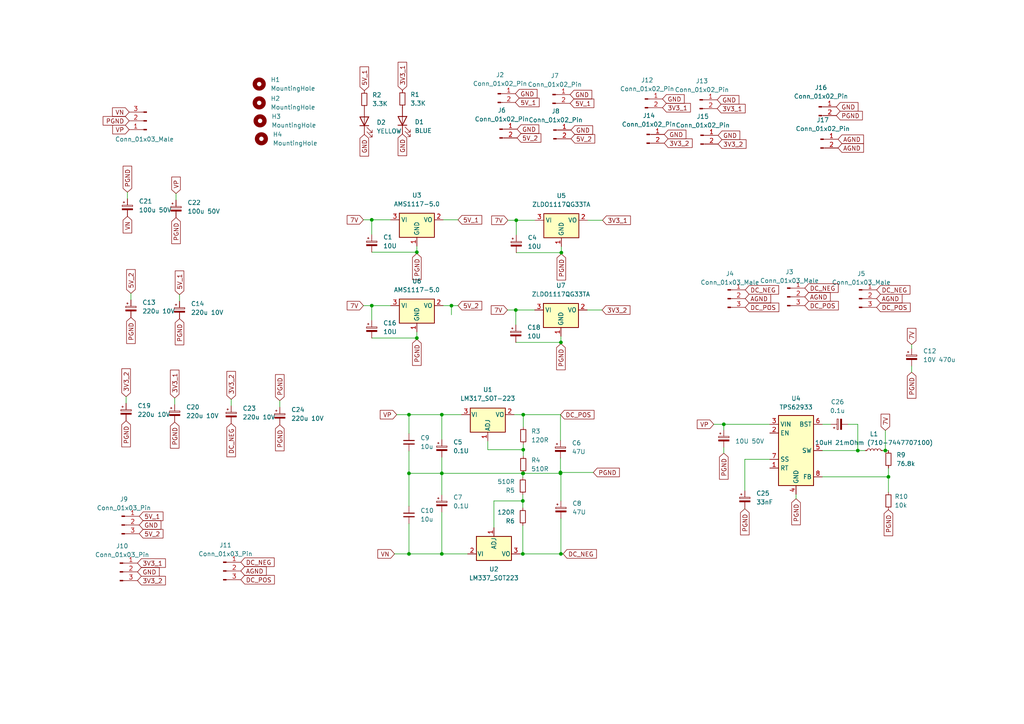
<source format=kicad_sch>
(kicad_sch (version 20230121) (generator eeschema)
  (paper "A4")
  (lib_symbols
    (symbol "Connector:Conn_01x02_Pin" (pin_names (offset 1.016) hide)
      (property "Reference" "J" (at 0 2.54 0))
      (property "Value" "Conn_01x02_Pin" (at 0 -5.08 0))
      (symbol "Conn_01x02_Pin_1_1"
        (polyline (pts (xy 1.27 -2.54) (xy 0.8636 -2.54)) (stroke (width 0.1524)))
        (polyline (pts (xy 1.27 0) (xy 0.8636 0)) (stroke (width 0.1524)))
        (rectangle (start 0.8636 -2.413) (end 0 -2.667) (stroke (width 0.1524)) (fill (type outline)))
        (rectangle (start 0.8636 0.127) (end 0 -0.127) (stroke (width 0.1524)) (fill (type outline)))
        (pin passive line (at 5.08 0 180) (length 3.81) (name "Pin_1") (number "1"))
        (pin passive line (at 5.08 -2.54 180) (length 3.81) (name "Pin_2") (number "2"))
      )
    )
    (symbol "Connector:Conn_01x03_Male" (pin_names (offset 1.016) hide)
      (property "Reference" "J" (at 0 5.08 0))
      (property "Value" "Conn_01x03_Male" (at 0 -5.08 0))
      (symbol "Conn_01x03_Male_1_1"
        (polyline (pts (xy 1.27 -2.54) (xy 0.8636 -2.54)) (stroke (width 0.1524)))
        (polyline (pts (xy 1.27 0) (xy 0.8636 0)) (stroke (width 0.1524)))
        (polyline (pts (xy 1.27 2.54) (xy 0.8636 2.54)) (stroke (width 0.1524)))
        (rectangle (start 0.8636 -2.413) (end 0 -2.667) (stroke (width 0.1524)) (fill (type outline)))
        (rectangle (start 0.8636 0.127) (end 0 -0.127) (stroke (width 0.1524)) (fill (type outline)))
        (rectangle (start 0.8636 2.667) (end 0 2.413) (stroke (width 0.1524)) (fill (type outline)))
        (pin passive line (at 5.08 2.54 180) (length 3.81) (name "Pin_1") (number "1"))
        (pin passive line (at 5.08 0 180) (length 3.81) (name "Pin_2") (number "2"))
        (pin passive line (at 5.08 -2.54 180) (length 3.81) (name "Pin_3") (number "3"))
      )
    )
    (symbol "Connector:Conn_01x03_Pin" (pin_names (offset 1.016) hide)
      (property "Reference" "J" (at 0 5.08 0))
      (property "Value" "Conn_01x03_Pin" (at 0 -5.08 0))
      (symbol "Conn_01x03_Pin_1_1"
        (polyline (pts (xy 1.27 -2.54) (xy 0.8636 -2.54)) (stroke (width 0.1524)))
        (polyline (pts (xy 1.27 0) (xy 0.8636 0)) (stroke (width 0.1524)))
        (polyline (pts (xy 1.27 2.54) (xy 0.8636 2.54)) (stroke (width 0.1524)))
        (rectangle (start 0.8636 -2.413) (end 0 -2.667) (stroke (width 0.1524)) (fill (type outline)))
        (rectangle (start 0.8636 0.127) (end 0 -0.127) (stroke (width 0.1524)) (fill (type outline)))
        (rectangle (start 0.8636 2.667) (end 0 2.413) (stroke (width 0.1524)) (fill (type outline)))
        (pin passive line (at 5.08 2.54 180) (length 3.81) (name "Pin_1") (number "1"))
        (pin passive line (at 5.08 0 180) (length 3.81) (name "Pin_2") (number "2"))
        (pin passive line (at 5.08 -2.54 180) (length 3.81) (name "Pin_3") (number "3"))
      )
    )
    (symbol "Device:C_Polarized_Small" (pin_numbers hide) (pin_names (offset 0.254) hide)
      (property "Reference" "C" (at 0.254 1.778 0))
      (property "Value" "C_Polarized_Small" (at 0.254 -2.032 0))
      (symbol "C_Polarized_Small_0_1"
        (rectangle (start -1.524 -0.3048) (end 1.524 -0.6858) (fill (type outline)))
        (rectangle (start -1.524 0.6858) (end 1.524 0.3048))
        (polyline (pts (xy -1.27 1.524) (xy -0.762 1.524)))
        (polyline (pts (xy -1.016 1.27) (xy -1.016 1.778)))
      )
      (symbol "C_Polarized_Small_1_1"
        (pin passive line (at 0 2.54 270) (length 1.8542) (name "~") (number "1"))
        (pin passive line (at 0 -2.54 90) (length 1.8542) (name "~") (number "2"))
      )
    )
    (symbol "Device:C_Small" (pin_numbers hide) (pin_names (offset 0.254) hide)
      (property "Reference" "C" (at 0.254 1.778 0))
      (property "Value" "C_Small" (at 0.254 -2.032 0))
      (symbol "C_Small_0_1"
        (polyline (pts (xy -1.524 -0.508) (xy 1.524 -0.508)) (stroke (width 0.3302)))
        (polyline (pts (xy -1.524 0.508) (xy 1.524 0.508)) (stroke (width 0.3048)))
      )
      (symbol "C_Small_1_1"
        (pin passive line (at 0 2.54 270) (length 2.032) (name "~") (number "1"))
        (pin passive line (at 0 -2.54 90) (length 2.032) (name "~") (number "2"))
      )
    )
    (symbol "Device:LED" (pin_numbers hide) (pin_names (offset 1.016) hide)
      (property "Reference" "D" (at 0 2.54 0))
      (property "Value" "LED" (at 0 -2.54 0))
      (symbol "LED_0_1"
        (polyline (pts (xy -1.27 -1.27) (xy -1.27 1.27)) (stroke (width 0.254)))
        (polyline (pts (xy -1.27 0) (xy 1.27 0)))
        (polyline (pts (xy 1.27 -1.27) (xy 1.27 1.27) (xy -1.27 0) (xy 1.27 -1.27)) (stroke (width 0.254)))
        (polyline (pts (xy -3.048 -0.762) (xy -4.572 -2.286) (xy -3.81 -2.286) (xy -4.572 -2.286) (xy -4.572 -1.524)))
        (polyline (pts (xy -1.778 -0.762) (xy -3.302 -2.286) (xy -2.54 -2.286) (xy -3.302 -2.286) (xy -3.302 -1.524)))
      )
      (symbol "LED_1_1"
        (pin passive line (at -3.81 0 0) (length 2.54) (name "K") (number "1"))
        (pin passive line (at 3.81 0 180) (length 2.54) (name "A") (number "2"))
      )
    )
    (symbol "Device:L_Small" (pin_numbers hide) (pin_names (offset 0.254) hide)
      (property "Reference" "L" (at 0.762 1.016 0))
      (property "Value" "L_Small" (at 0.762 -1.016 0))
      (symbol "L_Small_0_1"
        (arc (start 0 -2.032) (mid 0.5058 -1.524) (end 0 -1.016))
        (arc (start 0 -1.016) (mid 0.5058 -0.508) (end 0 0))
        (arc (start 0 0) (mid 0.5058 0.508) (end 0 1.016))
        (arc (start 0 1.016) (mid 0.5058 1.524) (end 0 2.032))
      )
      (symbol "L_Small_1_1"
        (pin passive line (at 0 2.54 270) (length 0.508) (name "~") (number "1"))
        (pin passive line (at 0 -2.54 90) (length 0.508) (name "~") (number "2"))
      )
    )
    (symbol "Device:R_Small" (pin_numbers hide) (pin_names (offset 0.254) hide)
      (property "Reference" "R" (at 0.762 0.508 0))
      (property "Value" "R_Small" (at 0.762 -1.016 0))
      (symbol "R_Small_0_1"
        (rectangle (start -0.762 1.778) (end 0.762 -1.778) (stroke (width 0.2032)))
      )
      (symbol "R_Small_1_1"
        (pin passive line (at 0 2.54 270) (length 0.762) (name "~") (number "1"))
        (pin passive line (at 0 -2.54 90) (length 0.762) (name "~") (number "2"))
      )
    )
    (symbol "Mechanical:MountingHole" (pin_names (offset 1.016))
      (property "Reference" "H" (at 0 5.08 0))
      (property "Value" "MountingHole" (at 0 3.175 0))
      (symbol "MountingHole_0_1"
        (circle (center 0 0) (radius 1.27) (stroke (width 1.27)))
      )
    )
    (symbol "Regulator_Linear:AMS1117-5.0"
      (property "Reference" "U" (at -3.81 3.175 0))
      (property "Value" "AMS1117-5.0" (at 0 3.175 0))
      (symbol "AMS1117-5.0_0_1"
        (rectangle (start -5.08 -5.08) (end 5.08 1.905) (stroke (width 0.254)) (fill (type background)))
      )
      (symbol "AMS1117-5.0_1_1"
        (pin power_in line (at 0 -7.62 90) (length 2.54) (name "GND") (number "1"))
        (pin power_out line (at 7.62 0 180) (length 2.54) (name "VO") (number "2"))
        (pin power_in line (at -7.62 0 0) (length 2.54) (name "VI") (number "3"))
      )
    )
    (symbol "Regulator_Linear:LM317_SOT-223" (pin_names (offset 0.254))
      (property "Reference" "U" (at -3.81 3.175 0))
      (property "Value" "LM317_SOT-223" (at 0 3.175 0))
      (symbol "LM317_SOT-223_0_1"
        (rectangle (start -5.08 1.905) (end 5.08 -5.08) (stroke (width 0.254)) (fill (type background)))
      )
      (symbol "LM317_SOT-223_1_1"
        (pin input line (at 0 -7.62 90) (length 2.54) (name "ADJ") (number "1"))
        (pin power_out line (at 7.62 0 180) (length 2.54) (name "VO") (number "2"))
        (pin power_in line (at -7.62 0 0) (length 2.54) (name "VI") (number "3"))
      )
    )
    (symbol "Regulator_Linear:LM337_SOT223" (pin_names (offset 0.254))
      (property "Reference" "U" (at -3.81 -3.175 0))
      (property "Value" "LM337_SOT223" (at 0 -3.175 0))
      (symbol "LM337_SOT223_0_1"
        (rectangle (start -5.08 5.08) (end 5.08 -1.905) (stroke (width 0.254)) (fill (type background)))
      )
      (symbol "LM337_SOT223_1_1"
        (pin input line (at 0 7.62 270) (length 2.54) (name "ADJ") (number "1"))
        (pin power_in line (at -7.62 0 0) (length 2.54) (name "VI") (number "2"))
        (pin power_out line (at 7.62 0 180) (length 2.54) (name "VO") (number "3"))
      )
    )
    (symbol "Regulator_Switching:TPS62933"
      (property "Reference" "U" (at 0 13.97 0))
      (property "Value" "TPS62933" (at 0 11.43 0))
      (symbol "TPS62933_0_1"
        (rectangle (start -5.08 10.16) (end 5.08 -10.16) (stroke (width 0.254)) (fill (type background)))
      )
      (symbol "TPS62933_1_1"
        (pin passive line (at -7.62 -5.08 0) (length 2.54) (name "RT") (number "1"))
        (pin input line (at -7.62 5.08 0) (length 2.54) (name "EN") (number "2"))
        (pin power_in line (at -7.62 7.62 0) (length 2.54) (name "VIN") (number "3"))
        (pin power_in line (at 0 -12.7 90) (length 2.54) (name "GND") (number "4"))
        (pin output line (at 7.62 0 180) (length 2.54) (name "SW") (number "5"))
        (pin passive line (at 7.62 7.62 180) (length 2.54) (name "BST") (number "6"))
        (pin passive line (at -7.62 -2.54 0) (length 2.54) (name "SS") (number "7"))
        (pin input line (at 7.62 -7.62 180) (length 2.54) (name "FB") (number "8"))
      )
    )
  )
  (junction (at 118.618 160.655))
  (junction (at 209.931 123.063))
  (junction (at 257.683 138.303))
  (junction (at 151.765 130.429))
  (junction (at 151.638 145.288))
  (junction (at 149.733 63.881))
  (junction (at 151.765 120.269))
  (junction (at 130.937 88.646))
  (junction (at 151.638 137.287))
  (junction (at 128.143 120.269))
  (junction (at 149.606 89.916))
  (junction (at 162.56 137.287))
  (junction (at 162.687 99.314))
  (junction (at 128.143 160.655))
  (junction (at 107.823 88.646))
  (junction (at 248.793 130.683))
  (junction (at 162.814 73.279))
  (junction (at 118.618 120.269))
  (junction (at 151.638 160.655))
  (junction (at 162.687 160.655))
  (junction (at 256.794 130.683))
  (junction (at 162.56 137.033))
  (junction (at 128.143 137.287))
  (junction (at 120.904 98.044))
  (junction (at 118.618 137.287))
  (junction (at 151.765 137.287))
  (junction (at 120.904 73.152))
  (junction (at 107.823 63.754))
  (wire (pts (xy 107.823 88.646) (xy 113.284 88.646)))
  (wire (pts (xy 170.307 89.916) (xy 174.625 89.916)))
  (wire (pts (xy 130.937 88.646) (xy 128.524 88.646)))
  (wire (pts (xy 256.794 130.683) (xy 257.683 130.683)))
  (wire (pts (xy 216.027 147.447) (xy 216.027 147.574)))
  (wire (pts (xy 118.618 137.287) (xy 128.143 137.287)))
  (wire (pts (xy 118.618 146.812) (xy 118.618 137.287)))
  (wire (pts (xy 36.576 115.062) (xy 36.576 116.967)))
  (wire (pts (xy 151.765 130.429) (xy 151.765 132.207)))
  (wire (pts (xy 151.765 128.905) (xy 151.765 130.429)))
  (wire (pts (xy 118.618 160.655) (xy 128.143 160.655)))
  (wire (pts (xy 162.687 99.695) (xy 162.687 99.314)))
  (wire (pts (xy 120.904 73.533) (xy 120.904 73.152)))
  (wire (pts (xy 245.999 123.063) (xy 248.793 123.063)))
  (wire (pts (xy 238.506 138.303) (xy 257.683 138.303)))
  (wire (pts (xy 162.687 99.314) (xy 162.687 97.536)))
  (wire (pts (xy 107.823 63.754) (xy 113.284 63.754)))
  (wire (pts (xy 36.957 55.753) (xy 36.957 57.658)))
  (wire (pts (xy 37.973 85.09) (xy 37.973 86.995)))
  (wire (pts (xy 209.931 124.714) (xy 209.931 123.063)))
  (wire (pts (xy 149.606 99.314) (xy 162.687 99.314)))
  (wire (pts (xy 107.823 98.044) (xy 120.904 98.044)))
  (wire (pts (xy 170.434 63.881) (xy 174.752 63.881)))
  (wire (pts (xy 162.687 160.655) (xy 163.322 160.655)))
  (wire (pts (xy 120.904 73.152) (xy 120.904 71.374)))
  (wire (pts (xy 149.733 73.279) (xy 162.814 73.279)))
  (wire (pts (xy 67.056 115.824) (xy 67.056 117.729)))
  (wire (pts (xy 162.687 160.655) (xy 162.687 150.368)))
  (wire (pts (xy 120.904 98.044) (xy 120.904 96.266)))
  (wire (pts (xy 151.638 152.4) (xy 151.638 160.655)))
  (wire (pts (xy 147.193 89.916) (xy 149.606 89.916)))
  (wire (pts (xy 256.794 130.683) (xy 256.032 130.683)))
  (wire (pts (xy 264.414 99.949) (xy 264.414 101.092)))
  (wire (pts (xy 149.733 63.881) (xy 155.194 63.881)))
  (wire (pts (xy 216.027 142.367) (xy 216.027 133.223)))
  (wire (pts (xy 128.143 160.655) (xy 135.636 160.655)))
  (wire (pts (xy 162.56 127.762) (xy 162.56 120.269)))
  (wire (pts (xy 240.919 123.063) (xy 238.506 123.063)))
  (wire (pts (xy 141.478 127.889) (xy 141.478 130.429)))
  (wire (pts (xy 128.143 120.269) (xy 133.858 120.269)))
  (wire (pts (xy 118.618 151.892) (xy 118.618 160.655)))
  (wire (pts (xy 118.618 130.81) (xy 118.618 137.287)))
  (wire (pts (xy 143.256 145.288) (xy 151.638 145.288)))
  (wire (pts (xy 107.823 68.072) (xy 107.823 63.754)))
  (wire (pts (xy 128.143 127.508) (xy 128.143 120.269)))
  (wire (pts (xy 162.56 132.842) (xy 162.56 137.033)))
  (wire (pts (xy 132.842 88.646) (xy 130.937 88.646)))
  (wire (pts (xy 143.256 153.035) (xy 143.256 145.288)))
  (wire (pts (xy 151.765 137.287) (xy 162.56 137.287)))
  (wire (pts (xy 128.143 137.287) (xy 128.143 132.588)))
  (wire (pts (xy 151.765 120.269) (xy 151.765 123.825)))
  (wire (pts (xy 81.153 116.205) (xy 81.153 118.11)))
  (wire (pts (xy 107.823 92.964) (xy 107.823 88.646)))
  (wire (pts (xy 105.41 88.646) (xy 107.823 88.646)))
  (wire (pts (xy 128.143 148.59) (xy 128.143 160.655)))
  (wire (pts (xy 151.765 120.269) (xy 162.56 120.269)))
  (wire (pts (xy 209.931 123.063) (xy 223.266 123.063)))
  (wire (pts (xy 257.683 138.303) (xy 257.683 142.748)))
  (wire (pts (xy 50.673 115.443) (xy 50.673 117.348)))
  (wire (pts (xy 151.638 147.32) (xy 151.638 145.288)))
  (wire (pts (xy 151.638 160.655) (xy 162.687 160.655)))
  (wire (pts (xy 209.931 131.445) (xy 209.931 129.794)))
  (wire (pts (xy 149.606 94.234) (xy 149.606 89.916)))
  (wire (pts (xy 151.638 145.288) (xy 151.638 143.51)))
  (wire (pts (xy 115.062 120.269) (xy 118.618 120.269)))
  (wire (pts (xy 149.098 120.269) (xy 151.765 120.269)))
  (wire (pts (xy 151.638 160.655) (xy 150.876 160.655)))
  (wire (pts (xy 107.823 73.152) (xy 120.904 73.152)))
  (wire (pts (xy 162.56 137.033) (xy 162.56 137.287)))
  (wire (pts (xy 105.41 63.754) (xy 107.823 63.754)))
  (wire (pts (xy 162.687 145.288) (xy 162.687 137.287)))
  (wire (pts (xy 162.56 137.287) (xy 162.687 137.287)))
  (wire (pts (xy 264.414 107.95) (xy 264.414 106.172)))
  (wire (pts (xy 118.618 125.73) (xy 118.618 120.269)))
  (wire (pts (xy 230.886 144.653) (xy 230.886 143.383)))
  (wire (pts (xy 207.01 123.063) (xy 209.931 123.063)))
  (wire (pts (xy 118.618 120.269) (xy 128.143 120.269)))
  (wire (pts (xy 248.793 130.683) (xy 238.506 130.683)))
  (wire (pts (xy 216.027 133.223) (xy 223.266 133.223)))
  (wire (pts (xy 151.638 137.287) (xy 151.765 137.287)))
  (wire (pts (xy 141.478 130.429) (xy 151.765 130.429)))
  (wire (pts (xy 147.32 63.881) (xy 149.733 63.881)))
  (wire (pts (xy 120.904 98.425) (xy 120.904 98.044)))
  (wire (pts (xy 162.814 73.66) (xy 162.814 73.279)))
  (wire (pts (xy 149.733 68.199) (xy 149.733 63.881)))
  (wire (pts (xy 128.524 63.754) (xy 132.842 63.754)))
  (wire (pts (xy 151.638 137.287) (xy 151.638 138.43)))
  (wire (pts (xy 130.937 91.313) (xy 130.937 88.646)))
  (wire (pts (xy 256.794 124.841) (xy 256.794 130.683)))
  (wire (pts (xy 128.143 143.51) (xy 128.143 137.287)))
  (wire (pts (xy 51.054 56.134) (xy 51.054 58.039)))
  (wire (pts (xy 162.814 73.279) (xy 162.814 71.501)))
  (wire (pts (xy 128.143 137.287) (xy 151.638 137.287)))
  (wire (pts (xy 250.952 130.683) (xy 248.793 130.683)))
  (wire (pts (xy 248.793 123.063) (xy 248.793 130.683)))
  (wire (pts (xy 114.427 160.655) (xy 118.618 160.655)))
  (wire (pts (xy 172.085 137.033) (xy 162.56 137.033)))
  (wire (pts (xy 52.07 85.471) (xy 52.07 87.376)))
  (wire (pts (xy 149.606 89.916) (xy 155.067 89.916)))
  (wire (pts (xy 257.683 135.763) (xy 257.683 138.303)))
  (global_label "GND" (shape input) (at 39.878 165.862 0) (property "Intersheetrefs" "${INTERSHEET_REFS}" (effects hide)))
  (global_label "3V3_1" (shape input) (at 192.151 31.242 0) (property "Intersheetrefs" "${INTERSHEET_REFS}" (effects hide)))
  (global_label "PGND" (shape input) (at 216.027 147.574 270) (property "Intersheetrefs" "${INTERSHEET_REFS}" (effects hide)))
  (global_label "7V" (shape input) (at 105.41 63.754 180) (property "Intersheetrefs" "${INTERSHEET_REFS}" (effects hide)))
  (global_label "DC_NEG" (shape input) (at 254.254 84.074 0) (property "Intersheetrefs" "${INTERSHEET_REFS}" (effects hide)))
  (global_label "AGND" (shape input) (at 233.426 86.106 0) (property "Intersheetrefs" "${INTERSHEET_REFS}" (effects hide)))
  (global_label "GND" (shape input) (at 242.57 30.988 0) (property "Intersheetrefs" "${INTERSHEET_REFS}" (effects hide)))
  (global_label "5V_2" (shape input) (at 165.608 40.259 0) (property "Intersheetrefs" "${INTERSHEET_REFS}" (effects hide)))
  (global_label "5V_1" (shape input) (at 105.664 26.289 90) (property "Intersheetrefs" "${INTERSHEET_REFS}" (effects hide)))
  (global_label "PGND" (shape input) (at 36.576 122.047 270) (property "Intersheetrefs" "${INTERSHEET_REFS}" (effects hide)))
  (global_label "VP" (shape input) (at 37.465 37.592 180) (property "Intersheetrefs" "${INTERSHEET_REFS}" (effects hide)))
  (global_label "GND" (shape input) (at 165.608 37.719 0) (property "Intersheetrefs" "${INTERSHEET_REFS}" (effects hide)))
  (global_label "3V3_1" (shape input) (at 39.878 163.322 0) (property "Intersheetrefs" "${INTERSHEET_REFS}" (effects hide)))
  (global_label "VN" (shape input) (at 114.427 160.655 180) (property "Intersheetrefs" "${INTERSHEET_REFS}" (effects hide)))
  (global_label "GND" (shape input) (at 165.354 27.432 0) (property "Intersheetrefs" "${INTERSHEET_REFS}" (effects hide)))
  (global_label "VP" (shape input) (at 115.062 120.269 180) (property "Intersheetrefs" "${INTERSHEET_REFS}" (effects hide)))
  (global_label "PGND" (shape input) (at 162.814 73.66 270) (property "Intersheetrefs" "${INTERSHEET_REFS}" (effects hide)))
  (global_label "PGND" (shape input) (at 50.673 122.428 270) (property "Intersheetrefs" "${INTERSHEET_REFS}" (effects hide)))
  (global_label "3V3_2" (shape input) (at 36.576 115.062 90) (property "Intersheetrefs" "${INTERSHEET_REFS}" (effects hide)))
  (global_label "5V_1" (shape input) (at 165.354 29.972 0) (property "Intersheetrefs" "${INTERSHEET_REFS}" (effects hide)))
  (global_label "5V_2" (shape input) (at 40.386 154.813 0) (property "Intersheetrefs" "${INTERSHEET_REFS}" (effects hide)))
  (global_label "DC_NEG" (shape input) (at 233.426 83.566 0) (property "Intersheetrefs" "${INTERSHEET_REFS}" (effects hide)))
  (global_label "GND" (shape input) (at 192.659 38.989 0) (property "Intersheetrefs" "${INTERSHEET_REFS}" (effects hide)))
  (global_label "AGND" (shape input) (at 243.078 42.926 0) (property "Intersheetrefs" "${INTERSHEET_REFS}" (effects hide)))
  (global_label "AGND" (shape input) (at 243.078 40.386 0) (property "Intersheetrefs" "${INTERSHEET_REFS}" (effects hide)))
  (global_label "DC_POS" (shape input) (at 254.254 89.154 0) (property "Intersheetrefs" "${INTERSHEET_REFS}" (effects hide)))
  (global_label "VN" (shape input) (at 36.957 62.738 270) (property "Intersheetrefs" "${INTERSHEET_REFS}" (effects hide)))
  (global_label "3V3_2" (shape input) (at 174.625 89.916 0) (property "Intersheetrefs" "${INTERSHEET_REFS}" (effects hide)))
  (global_label "PGND" (shape input) (at 162.687 99.695 270) (property "Intersheetrefs" "${INTERSHEET_REFS}" (effects hide)))
  (global_label "PGND" (shape input) (at 81.153 116.205 90) (property "Intersheetrefs" "${INTERSHEET_REFS}" (effects hide)))
  (global_label "PGND" (shape input) (at 52.07 92.456 270) (property "Intersheetrefs" "${INTERSHEET_REFS}" (effects hide)))
  (global_label "DC_NEG" (shape input) (at 69.85 163.068 0) (property "Intersheetrefs" "${INTERSHEET_REFS}" (effects hide)))
  (global_label "PGND" (shape input) (at 264.414 107.95 270) (property "Intersheetrefs" "${INTERSHEET_REFS}" (effects hide)))
  (global_label "5V_1" (shape input) (at 40.386 149.733 0) (property "Intersheetrefs" "${INTERSHEET_REFS}" (effects hide)))
  (global_label "AGND" (shape input) (at 69.85 165.608 0) (property "Intersheetrefs" "${INTERSHEET_REFS}" (effects hide)))
  (global_label "5V_2" (shape input) (at 37.973 85.09 90) (property "Intersheetrefs" "${INTERSHEET_REFS}" (effects hide)))
  (global_label "DC_POS" (shape input) (at 216.154 89.154 0) (property "Intersheetrefs" "${INTERSHEET_REFS}" (effects hide)))
  (global_label "AGND" (shape input) (at 216.154 86.614 0) (property "Intersheetrefs" "${INTERSHEET_REFS}" (effects hide)))
  (global_label "3V3_2" (shape input) (at 67.056 115.824 90) (property "Intersheetrefs" "${INTERSHEET_REFS}" (effects hide)))
  (global_label "GND" (shape input) (at 149.479 27.178 0) (property "Intersheetrefs" "${INTERSHEET_REFS}" (effects hide)))
  (global_label "5V_1" (shape input) (at 132.842 63.754 0) (property "Intersheetrefs" "${INTERSHEET_REFS}" (effects hide)))
  (global_label "GND" (shape input) (at 40.386 152.273 0) (property "Intersheetrefs" "${INTERSHEET_REFS}" (effects hide)))
  (global_label "DC_NEG" (shape input) (at 67.056 122.809 270) (property "Intersheetrefs" "${INTERSHEET_REFS}" (effects hide)))
  (global_label "GND" (shape input) (at 192.151 28.702 0) (property "Intersheetrefs" "${INTERSHEET_REFS}" (effects hide)))
  (global_label "VN" (shape input) (at 37.465 32.512 180) (property "Intersheetrefs" "${INTERSHEET_REFS}" (effects hide)))
  (global_label "3V3_1" (shape input) (at 174.752 63.881 0) (property "Intersheetrefs" "${INTERSHEET_REFS}" (effects hide)))
  (global_label "PGND" (shape input) (at 242.57 33.528 0) (property "Intersheetrefs" "${INTERSHEET_REFS}" (effects hide)))
  (global_label "5V_2" (shape input) (at 132.842 88.646 0) (property "Intersheetrefs" "${INTERSHEET_REFS}" (effects hide)))
  (global_label "3V3_1" (shape input) (at 50.673 115.443 90) (property "Intersheetrefs" "${INTERSHEET_REFS}" (effects hide)))
  (global_label "DC_POS" (shape input) (at 233.426 88.646 0) (property "Intersheetrefs" "${INTERSHEET_REFS}" (effects hide)))
  (global_label "GND" (shape input) (at 116.713 38.862 270) (property "Intersheetrefs" "${INTERSHEET_REFS}" (effects hide)))
  (global_label "3V3_1" (shape input) (at 208.026 31.496 0) (property "Intersheetrefs" "${INTERSHEET_REFS}" (effects hide)))
  (global_label "DC_NEG" (shape input) (at 216.154 84.074 0) (property "Intersheetrefs" "${INTERSHEET_REFS}" (effects hide)))
  (global_label "DC_POS" (shape input) (at 162.56 120.269 0) (property "Intersheetrefs" "${INTERSHEET_REFS}" (effects hide)))
  (global_label "7V" (shape input) (at 147.193 89.916 180) (property "Intersheetrefs" "${INTERSHEET_REFS}" (effects hide)))
  (global_label "7V" (shape input) (at 264.414 99.949 90) (property "Intersheetrefs" "${INTERSHEET_REFS}" (effects hide)))
  (global_label "7V" (shape input) (at 256.794 124.841 90) (property "Intersheetrefs" "${INTERSHEET_REFS}" (effects hide)))
  (global_label "GND" (shape input) (at 208.28 39.243 0) (property "Intersheetrefs" "${INTERSHEET_REFS}" (effects hide)))
  (global_label "VP" (shape input) (at 51.054 56.134 90) (property "Intersheetrefs" "${INTERSHEET_REFS}" (effects hide)))
  (global_label "DC_NEG" (shape input) (at 163.322 160.655 0) (property "Intersheetrefs" "${INTERSHEET_REFS}" (effects hide)))
  (global_label "5V_1" (shape input) (at 149.479 29.718 0) (property "Intersheetrefs" "${INTERSHEET_REFS}" (effects hide)))
  (global_label "GND" (shape input) (at 105.664 38.989 270) (property "Intersheetrefs" "${INTERSHEET_REFS}" (effects hide)))
  (global_label "PGND" (shape input) (at 37.973 92.075 270) (property "Intersheetrefs" "${INTERSHEET_REFS}" (effects hide)))
  (global_label "AGND" (shape input) (at 254.254 86.614 0) (property "Intersheetrefs" "${INTERSHEET_REFS}" (effects hide)))
  (global_label "PGND" (shape input) (at 209.931 131.445 270) (property "Intersheetrefs" "${INTERSHEET_REFS}" (effects hide)))
  (global_label "PGND" (shape input) (at 230.886 144.653 270) (property "Intersheetrefs" "${INTERSHEET_REFS}" (effects hide)))
  (global_label "PGND" (shape input) (at 36.957 55.753 90) (property "Intersheetrefs" "${INTERSHEET_REFS}" (effects hide)))
  (global_label "PGND" (shape input) (at 120.904 98.425 270) (property "Intersheetrefs" "${INTERSHEET_REFS}" (effects hide)))
  (global_label "5V_1" (shape input) (at 52.07 85.471 90) (property "Intersheetrefs" "${INTERSHEET_REFS}" (effects hide)))
  (global_label "PGND" (shape input) (at 81.153 123.19 270) (property "Intersheetrefs" "${INTERSHEET_REFS}" (effects hide)))
  (global_label "PGND" (shape input) (at 172.085 137.033 0) (property "Intersheetrefs" "${INTERSHEET_REFS}" (effects hide)))
  (global_label "3V3_2" (shape input) (at 192.659 41.529 0) (property "Intersheetrefs" "${INTERSHEET_REFS}" (effects hide)))
  (global_label "3V3_1" (shape input) (at 116.713 26.162 90) (property "Intersheetrefs" "${INTERSHEET_REFS}" (effects hide)))
  (global_label "7V" (shape input) (at 105.41 88.646 180) (property "Intersheetrefs" "${INTERSHEET_REFS}" (effects hide)))
  (global_label "PGND" (shape input) (at 120.904 73.533 270) (property "Intersheetrefs" "${INTERSHEET_REFS}" (effects hide)))
  (global_label "GND" (shape input) (at 208.026 28.956 0) (property "Intersheetrefs" "${INTERSHEET_REFS}" (effects hide)))
  (global_label "PGND" (shape input) (at 257.683 147.828 270) (property "Intersheetrefs" "${INTERSHEET_REFS}" (effects hide)))
  (global_label "PGND" (shape input) (at 37.465 35.052 180) (property "Intersheetrefs" "${INTERSHEET_REFS}" (effects hide)))
  (global_label "VP" (shape input) (at 207.01 123.063 180) (property "Intersheetrefs" "${INTERSHEET_REFS}" (effects hide)))
  (global_label "PGND" (shape input) (at 51.054 63.119 270) (property "Intersheetrefs" "${INTERSHEET_REFS}" (effects hide)))
  (global_label "3V3_2" (shape input) (at 208.28 41.783 0) (property "Intersheetrefs" "${INTERSHEET_REFS}" (effects hide)))
  (global_label "DC_POS" (shape input) (at 69.85 168.148 0) (property "Intersheetrefs" "${INTERSHEET_REFS}" (effects hide)))
  (global_label "7V" (shape input) (at 147.32 63.881 180) (property "Intersheetrefs" "${INTERSHEET_REFS}" (effects hide)))
  (global_label "GND" (shape input) (at 149.987 37.465 0) (property "Intersheetrefs" "${INTERSHEET_REFS}" (effects hide)))
  (global_label "5V_2" (shape input) (at 149.987 40.005 0) (property "Intersheetrefs" "${INTERSHEET_REFS}" (effects hide)))
  (global_label "3V3_2" (shape input) (at 39.878 168.402 0) (property "Intersheetrefs" "${INTERSHEET_REFS}" (effects hide)))
  (symbol (lib_id "Device:C_Polarized_Small") (at 67.056 120.269 0) (unit 1)
    (property "Reference" "C23" (at 70.358 118.4528 0) (effects (justify left)))
    (property "Value" "220u 10V" (at 70.358 120.9928 0) (effects (justify left)))
    (property "Footprint" "Capacitor_THT:CP_Radial_D6.3mm_P2.50mm" (effects hide))
  )
  (symbol (lib_id "Connector:Conn_01x03_Male") (at 249.174 86.614 0) (unit 1)
    (property "Reference" "J5" (at 249.809 79.375 0))
    (property "Value" "Conn_01x03_Male" (at 249.809 81.915 0))
    (property "Footprint" "Connector_JST:JST_PH_B3B-PH-K_1x03_P2.00mm_Vertical" (effects hide))
  )
  (symbol (lib_id "Regulator_Linear:LM317_SOT-223") (at 141.478 120.269 0) (unit 1)
    (property "Reference" "U1" (at 141.478 113.03 0))
    (property "Value" "LM317_SOT-223" (at 141.478 115.57 0))
    (property "Footprint" "Package_TO_SOT_SMD:SOT-223-3_TabPin2" (effects hide))
    (property "Datasheet" "http://www.ti.com/lit/ds/symlink/lm317.pdf" (effects hide))
  )
  (symbol (lib_id "Mechanical:MountingHole") (at 75.184 24.384 0) (unit 1)
    (property "Reference" "H1" (at 78.486 23.1139 0) (effects (justify left)))
    (property "Value" "MountingHole" (at 78.486 25.6539 0) (effects (justify left)))
    (property "Footprint" "MountingHole:MountingHole_3.2mm_M3" (effects hide))
  )
  (symbol (lib_id "Device:R_Small") (at 105.664 28.829 0) (unit 1)
    (property "Reference" "R2" (at 107.95 27.5589 0) (effects (justify left)))
    (property "Value" "3.3K" (at 107.95 30.0989 0) (effects (justify left)))
    (property "Footprint" "Resistor_SMD:R_0603_1608Metric_Pad0.98x0.95mm_HandSolder" (effects hide))
  )
  (symbol (lib_id "Connector:Conn_01x02_Pin") (at 144.907 37.465 0) (unit 1)
    (property "Reference" "J6" (at 145.542 32.004 0))
    (property "Value" "Conn_01x02_Pin" (at 145.542 34.544 0))
    (property "Footprint" "Connector_JST:JST_PH_B2B-PH-K_1x02_P2.00mm_Vertical" (effects hide))
  )
  (symbol (lib_id "Connector:Conn_01x03_Pin") (at 64.77 165.608 0) (unit 1)
    (property "Reference" "J11" (at 65.405 158.115 0))
    (property "Value" "Conn_01x03_Pin" (at 65.405 160.655 0))
    (property "Footprint" "Connector_PinHeader_2.54mm:PinHeader_1x03_P2.54mm_Vertical" (effects hide))
  )
  (symbol (lib_id "Device:C_Polarized_Small") (at 81.153 120.65 0) (unit 1)
    (property "Reference" "C24" (at 84.455 118.8338 0) (effects (justify left)))
    (property "Value" "220u 10V" (at 84.455 121.3738 0) (effects (justify left)))
    (property "Footprint" "Capacitor_THT:CP_Radial_D6.3mm_P2.50mm" (effects hide))
  )
  (symbol (lib_id "Connector:Conn_01x02_Pin") (at 203.2 39.243 0) (unit 1)
    (property "Reference" "J15" (at 203.835 33.782 0))
    (property "Value" "Conn_01x02_Pin" (at 203.835 36.322 0))
    (property "Footprint" "Connector_JST:JST_PH_B2B-PH-K_1x02_P2.00mm_Vertical" (effects hide))
  )
  (symbol (lib_id "Device:C_Polarized_Small") (at 128.143 130.048 0) (unit 1)
    (property "Reference" "C5" (at 131.445 128.2318 0) (effects (justify left)))
    (property "Value" "0.1U" (at 131.445 130.7718 0) (effects (justify left)))
    (property "Footprint" "Capacitor_SMD:C_0603_1608Metric_Pad1.08x0.95mm_HandSolder" (effects hide))
  )
  (symbol (lib_id "Regulator_Linear:AMS1117-5.0") (at 120.904 63.754 0) (unit 1)
    (property "Reference" "U3" (at 120.904 56.642 0))
    (property "Value" "AMS1117-5.0" (at 120.904 59.182 0))
    (property "Footprint" "Package_TO_SOT_SMD:SOT-223-3_TabPin2" (effects hide))
    (property "Datasheet" "http://www.advanced-monolithic.com/pdf/ds1117.pdf" (effects hide))
  )
  (symbol (lib_id "Device:C_Polarized_Small") (at 162.56 130.302 0) (unit 1)
    (property "Reference" "C6" (at 165.862 128.4858 0) (effects (justify left)))
    (property "Value" "47U" (at 165.862 131.0258 0) (effects (justify left)))
    (property "Footprint" "Capacitor_SMD:C_1206_3216Metric_Pad1.33x1.80mm_HandSolder" (effects hide))
  )
  (symbol (lib_id "Device:C_Polarized_Small") (at 50.673 119.888 0) (unit 1)
    (property "Reference" "C20" (at 53.975 118.0718 0) (effects (justify left)))
    (property "Value" "220u 10V" (at 53.975 120.6118 0) (effects (justify left)))
    (property "Footprint" "Capacitor_THT:CP_Radial_D6.3mm_P2.50mm" (effects hide))
  )
  (symbol (lib_id "Connector:Conn_01x02_Pin") (at 237.998 40.386 0) (unit 1)
    (property "Reference" "J17" (at 238.633 34.798 0))
    (property "Value" "Conn_01x02_Pin" (at 238.633 37.338 0))
    (property "Footprint" "Connector_JST:JST_PH_B2B-PH-K_1x02_P2.00mm_Vertical" (effects hide))
  )
  (symbol (lib_id "Device:R_Small") (at 151.765 126.365 0) (unit 1)
    (property "Reference" "R3" (at 154.051 125.0949 0) (effects (justify left)))
    (property "Value" "120R" (at 154.051 127.6349 0) (effects (justify left)))
    (property "Footprint" "Resistor_SMD:R_0603_1608Metric_Pad0.98x0.95mm_HandSolder" (effects hide))
  )
  (symbol (lib_id "Device:C_Polarized_Small") (at 264.414 103.632 0) (unit 1)
    (property "Reference" "C12" (at 267.716 101.8158 0) (effects (justify left)))
    (property "Value" "10V 470u" (at 267.716 104.3558 0) (effects (justify left)))
    (property "Footprint" "Capacitor_THT:CP_Radial_D8.0mm_P3.50mm" (effects hide))
  )
  (symbol (lib_id "Device:C_Polarized_Small") (at 128.143 146.05 0) (unit 1)
    (property "Reference" "C7" (at 131.445 144.2338 0) (effects (justify left)))
    (property "Value" "0.1U" (at 131.445 146.7738 0) (effects (justify left)))
    (property "Footprint" "Capacitor_SMD:C_0603_1608Metric_Pad1.08x0.95mm_HandSolder" (effects hide))
  )
  (symbol (lib_id "Regulator_Linear:LM337_SOT223") (at 143.256 160.655 0) (unit 1)
    (property "Reference" "U2" (at 143.256 165.1 0))
    (property "Value" "LM337_SOT223" (at 143.256 167.64 0))
    (property "Footprint" "Package_TO_SOT_SMD:SOT-223-3_TabPin2" (effects hide))
    (property "Datasheet" "http://www.ti.com/lit/ds/symlink/lm337-n.pdf" (effects hide))
  )
  (symbol (lib_id "Device:C_Polarized_Small") (at 107.823 95.504 0) (unit 1)
    (property "Reference" "C16" (at 111.125 93.6878 0) (effects (justify left)))
    (property "Value" "10U" (at 111.125 96.2278 0) (effects (justify left)))
    (property "Footprint" "Capacitor_SMD:C_1206_3216Metric_Pad1.33x1.80mm_HandSolder" (effects hide))
  )
  (symbol (lib_id "Mechanical:MountingHole") (at 75.184 29.845 0) (unit 1)
    (property "Reference" "H2" (at 78.486 28.5749 0) (effects (justify left)))
    (property "Value" "MountingHole" (at 78.486 31.1149 0) (effects (justify left)))
    (property "Footprint" "MountingHole:MountingHole_3.2mm_M3" (effects hide))
  )
  (symbol (lib_id "Regulator_Linear:AMS1117-5.0") (at 162.687 89.916 0) (unit 1)
    (property "Reference" "U7" (at 162.687 82.804 0))
    (property "Value" "ZLDO1117QG33TA" (at 162.687 85.344 0))
    (property "Footprint" "Package_TO_SOT_SMD:SOT-223-3_TabPin2" (effects hide))
    (property "Datasheet" "http://www.advanced-monolithic.com/pdf/ds1117.pdf" (effects hide))
  )
  (symbol (lib_id "Device:R_Small") (at 151.638 140.97 180) (unit 1)
    (property "Reference" "R5" (at 149.352 142.2401 0) (effects (justify left)))
    (property "Value" "510R" (at 149.352 139.7001 0) (effects (justify left)))
    (property "Footprint" "Resistor_SMD:R_0603_1608Metric_Pad0.98x0.95mm_HandSolder" (effects hide))
  )
  (symbol (lib_id "Device:C_Polarized_Small") (at 162.687 147.828 0) (unit 1)
    (property "Reference" "C8" (at 165.989 146.0118 0) (effects (justify left)))
    (property "Value" "47U" (at 165.989 148.5518 0) (effects (justify left)))
    (property "Footprint" "Capacitor_SMD:C_1206_3216Metric_Pad1.33x1.80mm_HandSolder" (effects hide))
  )
  (symbol (lib_id "Connector:Conn_01x03_Male") (at 211.074 86.614 0) (unit 1)
    (property "Reference" "J4" (at 211.709 79.375 0))
    (property "Value" "Conn_01x03_Male" (at 211.709 81.915 0))
    (property "Footprint" "Connector_JST:JST_PH_B3B-PH-K_1x03_P2.00mm_Vertical" (effects hide))
  )
  (symbol (lib_id "Regulator_Linear:AMS1117-5.0") (at 120.904 88.646 0) (unit 1)
    (property "Reference" "U6" (at 120.904 81.534 0))
    (property "Value" "AMS1117-5.0" (at 120.904 84.074 0))
    (property "Footprint" "Package_TO_SOT_SMD:SOT-223-3_TabPin2" (effects hide))
    (property "Datasheet" "http://www.advanced-monolithic.com/pdf/ds1117.pdf" (effects hide))
  )
  (symbol (lib_id "Device:C_Polarized_Small") (at 37.973 89.535 0) (unit 1)
    (property "Reference" "C13" (at 41.275 87.7188 0) (effects (justify left)))
    (property "Value" "220u 10V" (at 41.275 90.2588 0) (effects (justify left)))
    (property "Footprint" "Capacitor_THT:CP_Radial_D6.3mm_P2.50mm" (effects hide))
  )
  (symbol (lib_id "Device:C_Polarized_Small") (at 36.957 60.198 0) (unit 1)
    (property "Reference" "C21" (at 40.259 58.3818 0) (effects (justify left)))
    (property "Value" "100u 50V" (at 40.259 60.9218 0) (effects (justify left)))
    (property "Footprint" "Capacitor_THT:CP_Radial_D8.0mm_P3.50mm" (effects hide))
  )
  (symbol (lib_id "Device:LED") (at 116.713 35.052 90) (unit 1)
    (property "Reference" "D1" (at 120.269 35.3694 90) (effects (justify right)))
    (property "Value" "BLUE" (at 120.269 37.9094 90) (effects (justify right)))
    (property "Footprint" "LED_SMD:LED_0805_2012Metric_Pad1.15x1.40mm_HandSolder" (effects hide))
  )
  (symbol (lib_id "Device:C_Polarized_Small") (at 52.07 89.916 0) (unit 1)
    (property "Reference" "C14" (at 55.372 88.0998 0) (effects (justify left)))
    (property "Value" "220u 10V" (at 55.372 90.6398 0) (effects (justify left)))
    (property "Footprint" "Capacitor_THT:CP_Radial_D6.3mm_P2.50mm" (effects hide))
  )
  (symbol (lib_id "Device:C_Small") (at 118.618 128.27 0) (unit 1)
    (property "Reference" "C9" (at 121.92 127.0063 0) (effects (justify left)))
    (property "Value" "10u" (at 121.92 129.5463 0) (effects (justify left)))
    (property "Footprint" "Capacitor_SMD:C_1206_3216Metric_Pad1.33x1.80mm_HandSolder" (effects hide))
  )
  (symbol (lib_id "Device:C_Polarized_Small") (at 107.823 70.612 0) (unit 1)
    (property "Reference" "C1" (at 111.125 68.7958 0) (effects (justify left)))
    (property "Value" "10U" (at 111.125 71.3358 0) (effects (justify left)))
    (property "Footprint" "Capacitor_SMD:C_1206_3216Metric_Pad1.33x1.80mm_HandSolder" (effects hide))
  )
  (symbol (lib_id "Device:R_Small") (at 257.683 145.288 0) (unit 1)
    (property "Reference" "R10" (at 259.461 144.018 0) (effects (justify left)))
    (property "Value" "10k" (at 259.461 146.558 0) (effects (justify left)))
    (property "Footprint" "Resistor_SMD:R_0603_1608Metric_Pad0.98x0.95mm_HandSolder" (effects hide))
  )
  (symbol (lib_id "Device:C_Polarized_Small") (at 36.576 119.507 0) (unit 1)
    (property "Reference" "C19" (at 39.878 117.6908 0) (effects (justify left)))
    (property "Value" "220u 10V" (at 39.878 120.2308 0) (effects (justify left)))
    (property "Footprint" "Capacitor_THT:CP_Radial_D6.3mm_P2.50mm" (effects hide))
  )
  (symbol (lib_id "Device:R_Small") (at 257.683 133.223 0) (unit 1)
    (property "Reference" "R9" (at 259.969 131.9529 0) (effects (justify left)))
    (property "Value" "76.8k" (at 259.969 134.4929 0) (effects (justify left)))
    (property "Footprint" "Resistor_SMD:R_0603_1608Metric_Pad0.98x0.95mm_HandSolder" (effects hide))
  )
  (symbol (lib_id "Device:R_Small") (at 151.638 149.86 180) (unit 1)
    (property "Reference" "R6" (at 149.352 151.1301 0) (effects (justify left)))
    (property "Value" "120R" (at 149.352 148.5901 0) (effects (justify left)))
    (property "Footprint" "Resistor_SMD:R_0603_1608Metric_Pad0.98x0.95mm_HandSolder" (effects hide))
  )
  (symbol (lib_id "Connector:Conn_01x03_Pin") (at 35.306 152.273 0) (unit 1)
    (property "Reference" "J9" (at 35.941 144.78 0))
    (property "Value" "Conn_01x03_Pin" (at 35.941 147.32 0))
    (property "Footprint" "Connector_PinHeader_2.54mm:PinHeader_1x03_P2.54mm_Vertical" (effects hide))
  )
  (symbol (lib_id "Device:C_Polarized_Small") (at 149.733 70.739 0) (unit 1)
    (property "Reference" "C4" (at 153.035 68.9228 0) (effects (justify left)))
    (property "Value" "10U" (at 153.035 71.4628 0) (effects (justify left)))
    (property "Footprint" "Capacitor_SMD:C_1206_3216Metric_Pad1.33x1.80mm_HandSolder" (effects hide))
  )
  (symbol (lib_id "Connector:Conn_01x03_Pin") (at 34.798 165.862 0) (unit 1)
    (property "Reference" "J10" (at 35.433 158.369 0))
    (property "Value" "Conn_01x03_Pin" (at 35.433 160.909 0))
    (property "Footprint" "Connector_PinHeader_2.54mm:PinHeader_1x03_P2.54mm_Vertical" (effects hide))
  )
  (symbol (lib_id "Connector:Conn_01x02_Pin") (at 237.49 30.988 0) (unit 1)
    (property "Reference" "J16" (at 238.125 25.4 0))
    (property "Value" "Conn_01x02_Pin" (at 238.125 27.94 0))
    (property "Footprint" "Connector_PinHeader_2.54mm:PinHeader_1x02_P2.54mm_Vertical" (effects hide))
  )
  (symbol (lib_id "Device:C_Polarized_Small") (at 216.027 144.907 0) (unit 1)
    (property "Reference" "C25" (at 219.329 143.0908 0) (effects (justify left)))
    (property "Value" "33nF" (at 219.329 145.6308 0) (effects (justify left)))
    (property "Footprint" "Capacitor_SMD:C_1206_3216Metric_Pad1.33x1.80mm_HandSolder" (effects hide))
  )
  (symbol (lib_id "Connector:Conn_01x03_Male") (at 42.545 35.052 180) (unit 1)
    (property "Reference" "J1" (effects hide))
    (property "Value" "Conn_01x03_Male" (at 41.91 40.386 0))
    (property "Footprint" "Connector_JST:JST_VH_B3P-VH_1x03_P3.96mm_Vertical" (effects hide))
  )
  (symbol (lib_id "Device:C_Polarized_Small") (at 209.931 127.254 0) (unit 1)
    (property "Reference" "C11" (effects hide))
    (property "Value" "10U 50V" (at 213.233 127.9778 0) (effects (justify left)))
    (property "Footprint" "Capacitor_SMD:C_1206_3216Metric_Pad1.33x1.80mm_HandSolder" (effects hide))
  )
  (symbol (lib_id "Device:R_Small") (at 116.713 28.702 0) (unit 1)
    (property "Reference" "R1" (at 118.999 27.4319 0) (effects (justify left)))
    (property "Value" "3.3K" (at 118.999 29.9719 0) (effects (justify left)))
    (property "Footprint" "Resistor_SMD:R_0603_1608Metric_Pad0.98x0.95mm_HandSolder" (effects hide))
  )
  (symbol (lib_id "Connector:Conn_01x02_Pin") (at 187.579 38.989 0) (unit 1)
    (property "Reference" "J14" (at 188.214 33.528 0))
    (property "Value" "Conn_01x02_Pin" (at 188.214 36.068 0))
    (property "Footprint" "Connector_JST:JST_PH_B2B-PH-K_1x02_P2.00mm_Vertical" (effects hide))
  )
  (symbol (lib_id "Connector:Conn_01x03_Male") (at 228.346 86.106 0) (unit 1)
    (property "Reference" "J3" (at 228.981 78.867 0))
    (property "Value" "Conn_01x03_Male" (at 228.981 81.407 0))
    (property "Footprint" "Connector_JST:JST_PH_B3B-PH-K_1x03_P2.00mm_Vertical" (effects hide))
  )
  (symbol (lib_id "Connector:Conn_01x02_Pin") (at 187.071 28.702 0) (unit 1)
    (property "Reference" "J12" (at 187.706 23.241 0))
    (property "Value" "Conn_01x02_Pin" (at 187.706 25.781 0))
    (property "Footprint" "Connector_JST:JST_PH_B2B-PH-K_1x02_P2.00mm_Vertical" (effects hide))
  )
  (symbol (lib_id "Device:L_Small") (at 253.492 130.683 90) (unit 1)
    (property "Reference" "L1" (at 253.492 125.857 90))
    (property "Value" "10uH 21mOhm (710-7447707100)" (at 253.492 128.397 90))
    (property "Footprint" "Inductor_SMD:L_Bourns_SRR1208_12.7x12.7mm" (effects hide))
  )
  (symbol (lib_id "Connector:Conn_01x02_Pin") (at 160.274 27.432 0) (unit 1)
    (property "Reference" "J7" (at 160.909 21.971 0))
    (property "Value" "Conn_01x02_Pin" (at 160.909 24.511 0))
    (property "Footprint" "Connector_JST:JST_PH_B2B-PH-K_1x02_P2.00mm_Vertical" (effects hide))
  )
  (symbol (lib_id "Connector:Conn_01x02_Pin") (at 160.528 37.719 0) (unit 1)
    (property "Reference" "J8" (at 161.163 32.258 0))
    (property "Value" "Conn_01x02_Pin" (at 161.163 34.798 0))
    (property "Footprint" "Connector_JST:JST_PH_B2B-PH-K_1x02_P2.00mm_Vertical" (effects hide))
  )
  (symbol (lib_id "Mechanical:MountingHole") (at 75.819 40.259 0) (unit 1)
    (property "Reference" "H4" (at 79.121 38.9889 0) (effects (justify left)))
    (property "Value" "MountingHole" (at 79.121 41.5289 0) (effects (justify left)))
    (property "Footprint" "MountingHole:MountingHole_3.2mm_M3" (effects hide))
  )
  (symbol (lib_id "Device:C_Small") (at 118.618 149.352 0) (unit 1)
    (property "Reference" "C10" (at 121.92 148.0883 0) (effects (justify left)))
    (property "Value" "10u" (at 121.92 150.6283 0) (effects (justify left)))
    (property "Footprint" "Capacitor_SMD:C_1206_3216Metric_Pad1.33x1.80mm_HandSolder" (effects hide))
  )
  (symbol (lib_id "Connector:Conn_01x02_Pin") (at 144.399 27.178 0) (unit 1)
    (property "Reference" "J2" (at 145.034 21.717 0))
    (property "Value" "Conn_01x02_Pin" (at 145.034 24.257 0))
    (property "Footprint" "Connector_JST:JST_PH_B2B-PH-K_1x02_P2.00mm_Vertical" (effects hide))
  )
  (symbol (lib_id "Device:R_Small") (at 151.765 134.747 0) (unit 1)
    (property "Reference" "R4" (at 154.051 133.4769 0) (effects (justify left)))
    (property "Value" "510R" (at 154.051 136.0169 0) (effects (justify left)))
    (property "Footprint" "Resistor_SMD:R_0603_1608Metric_Pad0.98x0.95mm_HandSolder" (effects hide))
  )
  (symbol (lib_id "Device:C_Polarized_Small") (at 149.606 96.774 0) (unit 1)
    (property "Reference" "C18" (at 152.908 94.9578 0) (effects (justify left)))
    (property "Value" "10U" (at 152.908 97.4978 0) (effects (justify left)))
    (property "Footprint" "Capacitor_SMD:C_1206_3216Metric_Pad1.33x1.80mm_HandSolder" (effects hide))
  )
  (symbol (lib_id "Connector:Conn_01x02_Pin") (at 202.946 28.956 0) (unit 1)
    (property "Reference" "J13" (at 203.581 23.495 0))
    (property "Value" "Conn_01x02_Pin" (at 203.581 26.035 0))
    (property "Footprint" "Connector_JST:JST_PH_B2B-PH-K_1x02_P2.00mm_Vertical" (effects hide))
  )
  (symbol (lib_id "Device:C_Polarized_Small") (at 51.054 60.579 0) (unit 1)
    (property "Reference" "C22" (at 54.356 58.7628 0) (effects (justify left)))
    (property "Value" "100u 50V" (at 54.356 61.3028 0) (effects (justify left)))
    (property "Footprint" "Capacitor_THT:CP_Radial_D8.0mm_P3.50mm" (effects hide))
  )
  (symbol (lib_id "Mechanical:MountingHole") (at 75.438 35.052 0) (unit 1)
    (property "Reference" "H3" (at 78.74 33.7819 0) (effects (justify left)))
    (property "Value" "MountingHole" (at 78.74 36.3219 0) (effects (justify left)))
    (property "Footprint" "MountingHole:MountingHole_3.2mm_M3" (effects hide))
  )
  (symbol (lib_id "Device:LED") (at 105.664 35.179 90) (unit 1)
    (property "Reference" "D2" (at 109.22 35.4964 90) (effects (justify right)))
    (property "Value" "YELLOW" (at 109.22 38.0364 90) (effects (justify right)))
    (property "Footprint" "LED_SMD:LED_0805_2012Metric_Pad1.15x1.40mm_HandSolder" (effects hide))
  )
  (symbol (lib_id "Device:C_Polarized_Small") (at 243.459 123.063 90) (unit 1)
    (property "Reference" "C26" (at 242.9129 116.586 90))
    (property "Value" "0.1u" (at 242.9129 119.126 90))
    (property "Footprint" "Capacitor_SMD:C_0805_2012Metric_Pad1.18x1.45mm_HandSolder" (effects hide))
  )
  (symbol (lib_id "Regulator_Switching:TPS62933") (at 230.886 130.683 0) (unit 1)
    (property "Reference" "U4" (at 230.886 115.57 0))
    (property "Value" "TPS62933" (at 230.886 118.11 0))
    (property "Footprint" "Package_TO_SOT_SMD:SOT-583-8" (effects hide))
    (property "Datasheet" "https://www.ti.com/lit/ds/symlink/tps62933.pdf" (effects hide))
  )
  (symbol (lib_id "Regulator_Linear:AMS1117-5.0") (at 162.814 63.881 0) (unit 1)
    (property "Reference" "U5" (at 162.814 56.769 0))
    (property "Value" "ZLDO1117QG33TA" (at 162.814 59.309 0))
    (property "Footprint" "Package_TO_SOT_SMD:SOT-223-3_TabPin2" (effects hide))
    (property "Datasheet" "http://www.advanced-monolithic.com/pdf/ds1117.pdf" (effects hide))
  )
)
</source>
